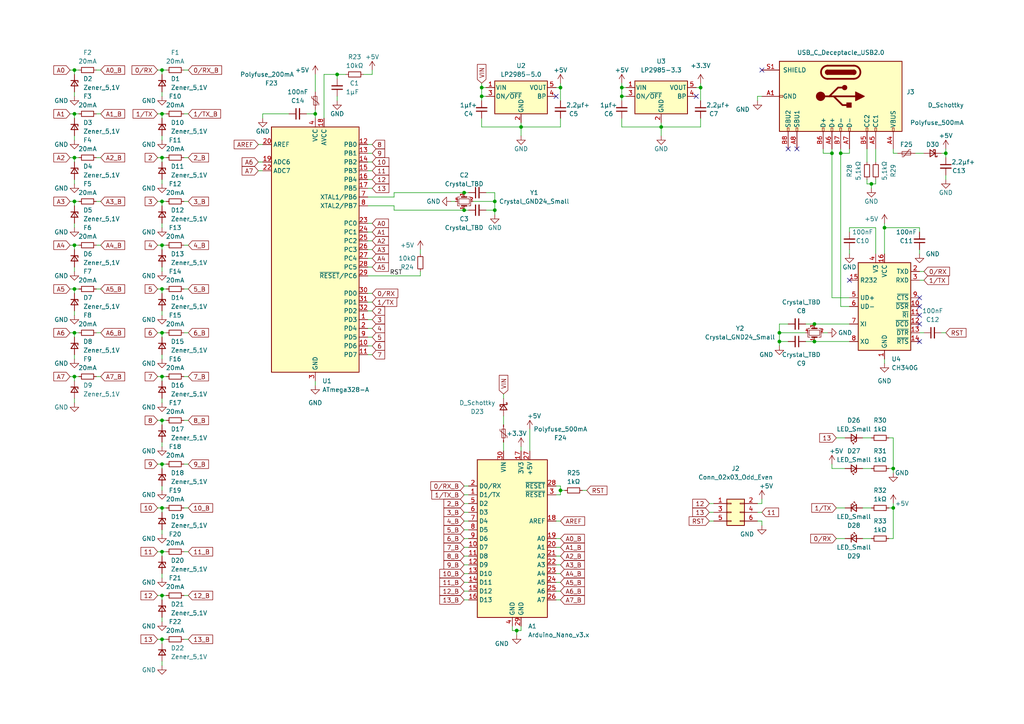
<source format=kicad_sch>
(kicad_sch (version 20211123) (generator eeschema)
  (paper "A4")
  (junction (at 256.54 66.04))
  (junction (at 21.59 20.32))
  (junction (at 226.06 96.52))
  (junction (at 21.59 109.22))
  (junction (at 162.56 142.24))
  (junction (at 46.99 58.42))
  (junction (at 97.79 21.59))
  (junction (at 21.59 71.12))
  (junction (at 46.99 134.62))
  (junction (at 46.99 160.02))
  (junction (at 46.99 185.42))
  (junction (at 46.99 71.12))
  (junction (at 252.73 53.34))
  (junction (at 21.59 45.72))
  (junction (at 21.59 33.02))
  (junction (at 259.08 147.32))
  (junction (at 91.44 33.02))
  (junction (at 46.99 33.02))
  (junction (at 180.34 25.4))
  (junction (at 162.56 25.4))
  (junction (at 46.99 109.22))
  (junction (at 203.2 25.4))
  (junction (at 180.34 27.94))
  (junction (at 259.08 135.89))
  (junction (at 21.59 58.42))
  (junction (at 139.7 25.4))
  (junction (at 46.99 83.82))
  (junction (at 21.59 83.82))
  (junction (at 149.86 182.88))
  (junction (at 46.99 20.32))
  (junction (at 226.06 99.06))
  (junction (at 21.59 96.52))
  (junction (at 139.7 27.94))
  (junction (at 236.22 99.06))
  (junction (at 243.84 44.45))
  (junction (at 46.99 96.52))
  (junction (at 143.51 58.42))
  (junction (at 191.77 36.83))
  (junction (at 236.22 93.98))
  (junction (at 151.13 36.83))
  (junction (at 241.3 44.45))
  (junction (at 134.62 60.96))
  (junction (at 46.99 172.72))
  (junction (at 134.62 55.88))
  (junction (at 46.99 147.32))
  (junction (at 143.51 60.96))
  (junction (at 274.32 44.45))
  (junction (at 46.99 121.92))
  (junction (at 46.99 45.72))
  (no_connect (at 161.29 27.94))
  (no_connect (at 266.7 88.9))
  (no_connect (at 266.7 86.36))
  (no_connect (at 266.7 93.98))
  (no_connect (at 266.7 91.44))
  (no_connect (at 266.7 99.06))
  (no_connect (at 246.38 81.28))
  (no_connect (at 231.14 43.18))
  (no_connect (at 228.6 43.18))
  (no_connect (at 201.93 27.94))
  (no_connect (at 220.98 20.32))
  (wire (pts (xy 45.72 33.02) (xy 46.99 33.02)))
  (wire (pts (xy 48.26 172.72) (xy 46.99 172.72)))
  (wire (pts (xy 48.26 109.22) (xy 46.99 109.22)))
  (wire (pts (xy 163.83 142.24) (xy 162.56 142.24)))
  (wire (pts (xy 151.13 35.56) (xy 151.13 36.83)))
  (wire (pts (xy 21.59 39.37) (xy 21.59 40.64)))
  (wire (pts (xy 219.71 27.94) (xy 220.98 27.94)))
  (wire (pts (xy 203.2 34.29) (xy 203.2 36.83)))
  (wire (pts (xy 46.99 191.77) (xy 46.99 193.04)))
  (wire (pts (xy 106.68 67.31) (xy 107.95 67.31)))
  (wire (pts (xy 22.86 33.02) (xy 21.59 33.02)))
  (wire (pts (xy 254 66.04) (xy 254 73.66)))
  (wire (pts (xy 140.97 55.88) (xy 143.51 55.88)))
  (wire (pts (xy 27.94 109.22) (xy 29.21 109.22)))
  (wire (pts (xy 256.54 104.14) (xy 256.54 105.41)))
  (wire (pts (xy 106.68 64.77) (xy 107.95 64.77)))
  (wire (pts (xy 53.34 20.32) (xy 54.61 20.32)))
  (wire (pts (xy 220.98 152.4) (xy 220.98 151.13)))
  (wire (pts (xy 21.59 83.82) (xy 21.59 85.09)))
  (wire (pts (xy 106.68 59.69) (xy 114.3 59.69)))
  (wire (pts (xy 21.59 58.42) (xy 21.59 59.69)))
  (wire (pts (xy 246.38 66.04) (xy 254 66.04)))
  (wire (pts (xy 143.51 60.96) (xy 140.97 60.96)))
  (wire (pts (xy 146.05 128.27) (xy 146.05 130.81)))
  (wire (pts (xy 257.81 147.32) (xy 259.08 147.32)))
  (wire (pts (xy 162.56 24.13) (xy 162.56 25.4)))
  (wire (pts (xy 250.19 156.21) (xy 252.73 156.21)))
  (wire (pts (xy 46.99 185.42) (xy 46.99 186.69)))
  (wire (pts (xy 91.44 33.02) (xy 91.44 34.29)))
  (wire (pts (xy 259.08 44.45) (xy 259.08 43.18)))
  (wire (pts (xy 203.2 24.13) (xy 203.2 25.4)))
  (wire (pts (xy 48.26 58.42) (xy 46.99 58.42)))
  (wire (pts (xy 273.05 96.52) (xy 274.32 96.52)))
  (wire (pts (xy 250.19 135.89) (xy 252.73 135.89)))
  (wire (pts (xy 46.99 109.22) (xy 46.99 110.49)))
  (wire (pts (xy 48.26 134.62) (xy 46.99 134.62)))
  (wire (pts (xy 161.29 25.4) (xy 162.56 25.4)))
  (wire (pts (xy 143.51 58.42) (xy 143.51 60.96)))
  (wire (pts (xy 106.68 54.61) (xy 107.95 54.61)))
  (wire (pts (xy 134.62 168.91) (xy 135.89 168.91)))
  (wire (pts (xy 134.62 173.99) (xy 135.89 173.99)))
  (wire (pts (xy 134.62 55.88) (xy 135.89 55.88)))
  (wire (pts (xy 259.08 135.89) (xy 259.08 137.16)))
  (wire (pts (xy 205.74 151.13) (xy 207.01 151.13)))
  (wire (pts (xy 162.56 143.51) (xy 162.56 142.24)))
  (wire (pts (xy 21.59 45.72) (xy 21.59 46.99)))
  (wire (pts (xy 259.08 127) (xy 259.08 135.89)))
  (wire (pts (xy 134.62 166.37) (xy 135.89 166.37)))
  (wire (pts (xy 106.68 95.25) (xy 107.95 95.25)))
  (wire (pts (xy 205.74 146.05) (xy 207.01 146.05)))
  (wire (pts (xy 259.08 147.32) (xy 259.08 156.21)))
  (wire (pts (xy 241.3 135.89) (xy 245.11 135.89)))
  (wire (pts (xy 20.32 33.02) (xy 21.59 33.02)))
  (wire (pts (xy 53.34 58.42) (xy 54.61 58.42)))
  (wire (pts (xy 106.68 46.99) (xy 107.95 46.99)))
  (wire (pts (xy 252.73 53.34) (xy 252.73 54.61)))
  (wire (pts (xy 114.3 60.96) (xy 134.62 60.96)))
  (wire (pts (xy 21.59 71.12) (xy 21.59 72.39)))
  (wire (pts (xy 27.94 83.82) (xy 29.21 83.82)))
  (wire (pts (xy 45.72 121.92) (xy 46.99 121.92)))
  (wire (pts (xy 22.86 71.12) (xy 21.59 71.12)))
  (wire (pts (xy 130.81 58.42) (xy 132.08 58.42)))
  (wire (pts (xy 146.05 114.3) (xy 146.05 115.57)))
  (wire (pts (xy 219.71 29.21) (xy 219.71 27.94)))
  (wire (pts (xy 22.86 109.22) (xy 21.59 109.22)))
  (wire (pts (xy 161.29 163.83) (xy 162.56 163.83)))
  (wire (pts (xy 53.34 121.92) (xy 54.61 121.92)))
  (wire (pts (xy 20.32 58.42) (xy 21.59 58.42)))
  (wire (pts (xy 45.72 185.42) (xy 46.99 185.42)))
  (wire (pts (xy 45.72 109.22) (xy 46.99 109.22)))
  (wire (pts (xy 139.7 25.4) (xy 139.7 27.94)))
  (wire (pts (xy 48.26 160.02) (xy 46.99 160.02)))
  (wire (pts (xy 161.29 161.29) (xy 162.56 161.29)))
  (wire (pts (xy 20.32 71.12) (xy 21.59 71.12)))
  (wire (pts (xy 220.98 151.13) (xy 219.71 151.13)))
  (wire (pts (xy 107.95 21.59) (xy 105.41 21.59)))
  (wire (pts (xy 246.38 86.36) (xy 241.3 86.36)))
  (wire (pts (xy 91.44 31.75) (xy 91.44 33.02)))
  (wire (pts (xy 162.56 140.97) (xy 161.29 140.97)))
  (wire (pts (xy 134.62 171.45) (xy 135.89 171.45)))
  (wire (pts (xy 226.06 93.98) (xy 228.6 93.98)))
  (wire (pts (xy 53.34 96.52) (xy 54.61 96.52)))
  (wire (pts (xy 203.2 25.4) (xy 203.2 29.21)))
  (wire (pts (xy 238.76 44.45) (xy 241.3 44.45)))
  (wire (pts (xy 161.29 166.37) (xy 162.56 166.37)))
  (wire (pts (xy 266.7 78.74) (xy 267.97 78.74)))
  (wire (pts (xy 201.93 25.4) (xy 203.2 25.4)))
  (wire (pts (xy 22.86 96.52) (xy 21.59 96.52)))
  (wire (pts (xy 97.79 22.86) (xy 97.79 21.59)))
  (wire (pts (xy 266.7 96.52) (xy 267.97 96.52)))
  (wire (pts (xy 266.7 67.31) (xy 266.7 66.04)))
  (wire (pts (xy 53.34 134.62) (xy 54.61 134.62)))
  (wire (pts (xy 134.62 143.51) (xy 135.89 143.51)))
  (wire (pts (xy 266.7 72.39) (xy 266.7 73.66)))
  (wire (pts (xy 134.62 163.83) (xy 135.89 163.83)))
  (wire (pts (xy 161.29 143.51) (xy 162.56 143.51)))
  (wire (pts (xy 246.38 88.9) (xy 243.84 88.9)))
  (wire (pts (xy 139.7 27.94) (xy 139.7 29.21)))
  (wire (pts (xy 139.7 25.4) (xy 140.97 25.4)))
  (wire (pts (xy 162.56 25.4) (xy 162.56 29.21)))
  (wire (pts (xy 243.84 44.45) (xy 243.84 88.9)))
  (wire (pts (xy 21.59 20.32) (xy 21.59 21.59)))
  (wire (pts (xy 134.62 148.59) (xy 135.89 148.59)))
  (wire (pts (xy 170.18 142.24) (xy 168.91 142.24)))
  (wire (pts (xy 242.57 147.32) (xy 245.11 147.32)))
  (wire (pts (xy 121.92 78.74) (xy 121.92 80.01)))
  (wire (pts (xy 22.86 83.82) (xy 21.59 83.82)))
  (wire (pts (xy 20.32 20.32) (xy 21.59 20.32)))
  (wire (pts (xy 106.68 41.91) (xy 107.95 41.91)))
  (wire (pts (xy 53.34 83.82) (xy 54.61 83.82)))
  (wire (pts (xy 238.76 44.45) (xy 238.76 43.18)))
  (wire (pts (xy 236.22 93.98) (xy 246.38 93.98)))
  (wire (pts (xy 21.59 52.07) (xy 21.59 53.34)))
  (wire (pts (xy 274.32 50.8) (xy 274.32 52.07)))
  (wire (pts (xy 274.32 44.45) (xy 274.32 45.72)))
  (wire (pts (xy 46.99 128.27) (xy 46.99 129.54)))
  (wire (pts (xy 21.59 33.02) (xy 21.59 34.29)))
  (wire (pts (xy 45.72 172.72) (xy 46.99 172.72)))
  (wire (pts (xy 114.3 57.15) (xy 106.68 57.15)))
  (wire (pts (xy 46.99 83.82) (xy 46.99 85.09)))
  (wire (pts (xy 151.13 129.54) (xy 151.13 130.81)))
  (wire (pts (xy 246.38 44.45) (xy 246.38 43.18)))
  (wire (pts (xy 91.44 21.59) (xy 91.44 26.67)))
  (wire (pts (xy 46.99 90.17) (xy 46.99 91.44)))
  (wire (pts (xy 219.71 148.59) (xy 220.98 148.59)))
  (wire (pts (xy 93.98 21.59) (xy 93.98 34.29)))
  (wire (pts (xy 46.99 64.77) (xy 46.99 66.04)))
  (wire (pts (xy 48.26 147.32) (xy 46.99 147.32)))
  (wire (pts (xy 243.84 43.18) (xy 243.84 44.45)))
  (wire (pts (xy 21.59 96.52) (xy 21.59 97.79)))
  (wire (pts (xy 266.7 81.28) (xy 267.97 81.28)))
  (wire (pts (xy 251.46 43.18) (xy 251.46 46.99)))
  (wire (pts (xy 246.38 67.31) (xy 246.38 66.04)))
  (wire (pts (xy 180.34 25.4) (xy 180.34 27.94)))
  (wire (pts (xy 251.46 52.07) (xy 251.46 53.34)))
  (wire (pts (xy 48.26 71.12) (xy 46.99 71.12)))
  (wire (pts (xy 46.99 140.97) (xy 46.99 142.24)))
  (wire (pts (xy 137.16 58.42) (xy 143.51 58.42)))
  (wire (pts (xy 139.7 36.83) (xy 151.13 36.83)))
  (wire (pts (xy 53.34 33.02) (xy 54.61 33.02)))
  (wire (pts (xy 20.32 45.72) (xy 21.59 45.72)))
  (wire (pts (xy 46.99 121.92) (xy 46.99 123.19)))
  (wire (pts (xy 180.34 34.29) (xy 180.34 36.83)))
  (wire (pts (xy 48.26 45.72) (xy 46.99 45.72)))
  (wire (pts (xy 161.29 168.91) (xy 162.56 168.91)))
  (wire (pts (xy 250.19 127) (xy 252.73 127)))
  (wire (pts (xy 45.72 45.72) (xy 46.99 45.72)))
  (wire (pts (xy 53.34 172.72) (xy 54.61 172.72)))
  (wire (pts (xy 106.68 49.53) (xy 107.95 49.53)))
  (wire (pts (xy 191.77 36.83) (xy 203.2 36.83)))
  (wire (pts (xy 45.72 83.82) (xy 46.99 83.82)))
  (wire (pts (xy 134.62 151.13) (xy 135.89 151.13)))
  (wire (pts (xy 45.72 58.42) (xy 46.99 58.42)))
  (wire (pts (xy 46.99 134.62) (xy 46.99 135.89)))
  (wire (pts (xy 134.62 153.67) (xy 135.89 153.67)))
  (wire (pts (xy 241.3 44.45) (xy 241.3 86.36)))
  (wire (pts (xy 254 43.18) (xy 254 46.99)))
  (wire (pts (xy 242.57 127) (xy 245.11 127)))
  (wire (pts (xy 53.34 45.72) (xy 54.61 45.72)))
  (wire (pts (xy 48.26 121.92) (xy 46.99 121.92)))
  (wire (pts (xy 48.26 33.02) (xy 46.99 33.02)))
  (wire (pts (xy 114.3 59.69) (xy 114.3 60.96)))
  (wire (pts (xy 46.99 58.42) (xy 46.99 59.69)))
  (wire (pts (xy 46.99 39.37) (xy 46.99 40.64)))
  (wire (pts (xy 162.56 34.29) (xy 162.56 36.83)))
  (wire (pts (xy 21.59 102.87) (xy 21.59 104.14)))
  (wire (pts (xy 243.84 44.45) (xy 246.38 44.45)))
  (wire (pts (xy 106.68 72.39) (xy 107.95 72.39)))
  (wire (pts (xy 22.86 20.32) (xy 21.59 20.32)))
  (wire (pts (xy 140.97 27.94) (xy 139.7 27.94)))
  (wire (pts (xy 134.62 140.97) (xy 135.89 140.97)))
  (wire (pts (xy 259.08 135.89) (xy 257.81 135.89)))
  (wire (pts (xy 46.99 153.67) (xy 46.99 154.94)))
  (wire (pts (xy 21.59 109.22) (xy 21.59 110.49)))
  (wire (pts (xy 274.32 44.45) (xy 274.32 43.18)))
  (wire (pts (xy 97.79 27.94) (xy 97.79 29.21)))
  (wire (pts (xy 139.7 34.29) (xy 139.7 36.83)))
  (wire (pts (xy 53.34 185.42) (xy 54.61 185.42)))
  (wire (pts (xy 106.68 69.85) (xy 107.95 69.85)))
  (wire (pts (xy 106.68 52.07) (xy 107.95 52.07)))
  (wire (pts (xy 106.68 80.01) (xy 121.92 80.01)))
  (wire (pts (xy 233.68 99.06) (xy 236.22 99.06)))
  (wire (pts (xy 139.7 24.13) (xy 139.7 25.4)))
  (wire (pts (xy 259.08 127) (xy 257.81 127)))
  (wire (pts (xy 91.44 110.49) (xy 91.44 111.76)))
  (wire (pts (xy 106.68 87.63) (xy 107.95 87.63)))
  (wire (pts (xy 48.26 20.32) (xy 46.99 20.32)))
  (wire (pts (xy 48.26 96.52) (xy 46.99 96.52)))
  (wire (pts (xy 220.98 144.78) (xy 220.98 146.05)))
  (wire (pts (xy 53.34 71.12) (xy 54.61 71.12)))
  (wire (pts (xy 74.93 41.91) (xy 76.2 41.91)))
  (wire (pts (xy 257.81 156.21) (xy 259.08 156.21)))
  (wire (pts (xy 226.06 99.06) (xy 226.06 96.52)))
  (wire (pts (xy 134.62 146.05) (xy 135.89 146.05)))
  (wire (pts (xy 46.99 160.02) (xy 46.99 161.29)))
  (wire (pts (xy 220.98 146.05) (xy 219.71 146.05)))
  (wire (pts (xy 45.72 96.52) (xy 46.99 96.52)))
  (wire (pts (xy 46.99 166.37) (xy 46.99 167.64)))
  (wire (pts (xy 27.94 96.52) (xy 29.21 96.52)))
  (wire (pts (xy 88.9 33.02) (xy 91.44 33.02)))
  (wire (pts (xy 53.34 109.22) (xy 54.61 109.22)))
  (wire (pts (xy 46.99 179.07) (xy 46.99 180.34)))
  (wire (pts (xy 76.2 33.02) (xy 83.82 33.02)))
  (wire (pts (xy 45.72 160.02) (xy 46.99 160.02)))
  (wire (pts (xy 180.34 36.83) (xy 191.77 36.83)))
  (wire (pts (xy 106.68 85.09) (xy 107.95 85.09)))
  (wire (pts (xy 93.98 21.59) (xy 97.79 21.59)))
  (wire (pts (xy 226.06 96.52) (xy 226.06 93.98)))
  (wire (pts (xy 191.77 35.56) (xy 191.77 36.83)))
  (wire (pts (xy 134.62 161.29) (xy 135.89 161.29)))
  (wire (pts (xy 242.57 156.21) (xy 245.11 156.21)))
  (wire (pts (xy 228.6 99.06) (xy 226.06 99.06)))
  (wire (pts (xy 46.99 26.67) (xy 46.99 27.94)))
  (wire (pts (xy 107.95 20.32) (xy 107.95 21.59)))
  (wire (pts (xy 251.46 53.34) (xy 252.73 53.34)))
  (wire (pts (xy 48.26 185.42) (xy 46.99 185.42)))
  (wire (pts (xy 273.05 44.45) (xy 274.32 44.45)))
  (wire (pts (xy 149.86 182.88) (xy 148.59 182.88)))
  (wire (pts (xy 46.99 115.57) (xy 46.99 116.84)))
  (wire (pts (xy 22.86 58.42) (xy 21.59 58.42)))
  (wire (pts (xy 143.51 62.23) (xy 143.51 60.96)))
  (wire (pts (xy 265.43 44.45) (xy 267.97 44.45)))
  (wire (pts (xy 106.68 90.17) (xy 107.95 90.17)))
  (wire (pts (xy 233.68 93.98) (xy 236.22 93.98)))
  (wire (pts (xy 46.99 71.12) (xy 46.99 72.39)))
  (wire (pts (xy 161.29 151.13) (xy 162.56 151.13)))
  (wire (pts (xy 53.34 147.32) (xy 54.61 147.32)))
  (wire (pts (xy 226.06 99.06) (xy 226.06 100.33)))
  (wire (pts (xy 180.34 25.4) (xy 181.61 25.4)))
  (wire (pts (xy 191.77 36.83) (xy 191.77 39.37)))
  (wire (pts (xy 45.72 147.32) (xy 46.99 147.32)))
  (wire (pts (xy 236.22 99.06) (xy 246.38 99.06)))
  (wire (pts (xy 106.68 97.79) (xy 107.95 97.79)))
  (wire (pts (xy 256.54 66.04) (xy 266.7 66.04)))
  (wire (pts (xy 151.13 36.83) (xy 162.56 36.83)))
  (wire (pts (xy 21.59 64.77) (xy 21.59 66.04)))
  (wire (pts (xy 134.62 158.75) (xy 135.89 158.75)))
  (wire (pts (xy 260.35 44.45) (xy 259.08 44.45)))
  (wire (pts (xy 106.68 92.71) (xy 107.95 92.71)))
  (wire (pts (xy 46.99 33.02) (xy 46.99 34.29)))
  (wire (pts (xy 45.72 71.12) (xy 46.99 71.12)))
  (wire (pts (xy 161.29 173.99) (xy 162.56 173.99)))
  (wire (pts (xy 151.13 182.88) (xy 151.13 181.61)))
  (wire (pts (xy 149.86 182.88) (xy 149.86 184.15)))
  (wire (pts (xy 180.34 27.94) (xy 180.34 29.21)))
  (wire (pts (xy 27.94 33.02) (xy 29.21 33.02)))
  (wire (pts (xy 27.94 45.72) (xy 29.21 45.72)))
  (wire (pts (xy 181.61 27.94) (xy 180.34 27.94)))
  (wire (pts (xy 46.99 96.52) (xy 46.99 97.79)))
  (wire (pts (xy 114.3 55.88) (xy 134.62 55.88)))
  (wire (pts (xy 46.99 172.72) (xy 46.99 173.99)))
  (wire (pts (xy 46.99 77.47) (xy 46.99 78.74)))
  (wire (pts (xy 149.86 182.88) (xy 151.13 182.88)))
  (wire (pts (xy 74.93 49.53) (xy 76.2 49.53)))
  (wire (pts (xy 46.99 20.32) (xy 46.99 21.59)))
  (wire (pts (xy 53.34 160.02) (xy 54.61 160.02)))
  (wire (pts (xy 20.32 83.82) (xy 21.59 83.82)))
  (wire (pts (xy 146.05 120.65) (xy 146.05 123.19)))
  (wire (pts (xy 259.08 146.05) (xy 259.08 147.32)))
  (wire (pts (xy 241.3 134.62) (xy 241.3 135.89)))
  (wire (pts (xy 254 53.34) (xy 252.73 53.34)))
  (wire (pts (xy 256.54 64.77) (xy 256.54 66.04)))
  (wire (pts (xy 238.76 96.52) (xy 240.03 96.52)))
  (wire (pts (xy 241.3 43.18) (xy 241.3 44.45)))
  (wire (pts (xy 27.94 20.32) (xy 29.21 20.32)))
  (wire (pts (xy 134.62 156.21) (xy 135.89 156.21)))
  (wire (pts (xy 76.2 34.29) (xy 76.2 33.02)))
  (wire (pts (xy 74.93 46.99) (xy 76.2 46.99)))
  (wire (pts (xy 46.99 147.32) (xy 46.99 148.59)))
  (wire (pts (xy 106.68 77.47) (xy 107.95 77.47)))
  (wire (pts (xy 250.19 147.32) (xy 252.73 147.32)))
  (wire (pts (xy 45.72 134.62) (xy 46.99 134.62)))
  (wire (pts (xy 45.72 20.32) (xy 46.99 20.32)))
  (wire (pts (xy 48.26 83.82) (xy 46.99 83.82)))
  (wire (pts (xy 143.51 55.88) (xy 143.51 58.42)))
  (wire (pts (xy 148.59 181.61) (xy 148.59 182.88)))
  (wire (pts (xy 161.29 171.45) (xy 162.56 171.45)))
  (wire (pts (xy 46.99 102.87) (xy 46.99 104.14)))
  (wire (pts (xy 20.32 109.22) (xy 21.59 109.22)))
  (wire (pts (xy 114.3 55.88) (xy 114.3 57.15)))
  (wire (pts (xy 27.94 58.42) (xy 29.21 58.42)))
  (wire (pts (xy 46.99 45.72) (xy 46.99 46.99)))
  (wire (pts (xy 46.99 52.07) (xy 46.99 53.34)))
  (wire (pts (xy 153.67 124.46) (xy 153.67 130.81)))
  (wire (pts (xy 180.34 24.13) (xy 180.34 25.4)))
  (wire (pts (xy 21.59 26.67) (xy 21.59 27.94)))
  (wire (pts (xy 20.32 96.52) (xy 21.59 96.52)))
  (wire (pts (xy 226.06 96.52) (xy 233.68 96.52)))
  (wire (pts (xy 246.38 72.39) (xy 246.38 73.66)))
  (wire (pts (xy 121.92 72.39) (xy 121.92 73.66)))
  (wire (pts (xy 106.68 102.87) (xy 107.95 102.87)))
  (wire (pts (xy 161.29 156.21) (xy 162.56 156.21)))
  (wire (pts (xy 205.74 148.59) (xy 207.01 148.59)))
  (wire (pts (xy 106.68 100.33) (xy 107.95 100.33)))
  (wire (pts (xy 21.59 77.47) (xy 21.59 78.74)))
  (wire (pts (xy 21.59 90.17) (xy 21.59 91.44)))
  (wire (pts (xy 106.68 44.45) (xy 107.95 44.45)))
  (wire (pts (xy 21.59 115.57) (xy 21.59 116.84)))
  (wire (pts (xy 161.29 158.75) (xy 162.56 158.75)))
  (wire (pts (xy 134.62 60.96) (xy 135.89 60.96)))
  (wire (pts (xy 151.13 36.83) (xy 151.13 39.37)))
  (wire (pts (xy 256.54 66.04) (xy 256.54 73.66)))
  (wire (pts (xy 97.79 21.59) (xy 100.33 21.59)))
  (wire (pts (xy 27.94 71.12) (xy 29.21 71.12)))
  (wire (pts (xy 254 52.07) (xy 254 53.34)))
  (wire (pts (xy 22.86 45.72) (xy 21.59 45.72)))
  (wire (pts (xy 106.68 74.93) (xy 107.95 74.93)))
  (wire (pts (xy 162.56 142.24) (xy 162.56 140.97)))
  (label "RST" (at 113.03 80.01 0))
  (global_label "A1_B" (shape input) (at 29.21 33.02 0) (property "Intersheet References" "${INTERSHEET_REFS}" (effects hide)))
  (global_label "9_B" (shape input) (at 54.61 134.62 0) (property "Intersheet References" "${INTERSHEET_REFS}" (effects hide)))
  (global_label "A3_B" (shape input) (at 29.21 58.42 0) (property "Intersheet References" "${INTERSHEET_REFS}" (effects hide)))
  (global_label "A2" (shape input) (at 107.95 69.85 0) (property "Intersheet References" "${INTERSHEET_REFS}" (effects hide)))
  (global_label "8_B" (shape input) (at 134.62 161.29 180) (property "Intersheet References" "${INTERSHEET_REFS}" (effects hide)))
  (global_label "0{slash}RX_B" (shape input) (at 134.62 140.97 180) (property "Intersheet References" "${INTERSHEET_REFS}" (effects hide)))
  (global_label "9_B" (shape input) (at 134.62 163.83 180) (property "Intersheet References" "${INTERSHEET_REFS}" (effects hide)))
  (global_label "1{slash}TX_B" (shape input) (at 54.61 33.02 0) (property "Intersheet References" "${INTERSHEET_REFS}" (effects hide)))
  (global_label "RST" (shape input) (at 274.32 96.52 0) (property "Intersheet References" "${INTERSHEET_REFS}" (effects hide)))
  (global_label "13" (shape input) (at 242.57 127 180) (property "Intersheet References" "${INTERSHEET_REFS}" (effects hide)))
  (global_label "A0_B" (shape input) (at 162.56 156.21 0) (property "Intersheet References" "${INTERSHEET_REFS}" (effects hide)))
  (global_label "A5_B" (shape input) (at 29.21 83.82 0) (property "Intersheet References" "${INTERSHEET_REFS}" (effects hide)))
  (global_label "12" (shape input) (at 45.72 172.72 180) (property "Intersheet References" "${INTERSHEET_REFS}" (effects hide)))
  (global_label "A4_B" (shape input) (at 29.21 71.12 0) (property "Intersheet References" "${INTERSHEET_REFS}" (effects hide)))
  (global_label "10_B" (shape input) (at 54.61 147.32 0) (property "Intersheet References" "${INTERSHEET_REFS}" (effects hide)))
  (global_label "12_B" (shape input) (at 134.62 171.45 180) (property "Intersheet References" "${INTERSHEET_REFS}" (effects hide)))
  (global_label "0{slash}RX" (shape input) (at 267.97 78.74 0) (property "Intersheet References" "${INTERSHEET_REFS}" (effects hide)))
  (global_label "A5_B" (shape input) (at 162.56 168.91 0) (property "Intersheet References" "${INTERSHEET_REFS}" (effects hide)))
  (global_label "10" (shape input) (at 107.95 46.99 0) (property "Intersheet References" "${INTERSHEET_REFS}" (effects hide)))
  (global_label "0{slash}RX" (shape input) (at 107.95 85.09 0) (property "Intersheet References" "${INTERSHEET_REFS}" (effects hide)))
  (global_label "10" (shape input) (at 45.72 147.32 180) (property "Intersheet References" "${INTERSHEET_REFS}" (effects hide)))
  (global_label "A1" (shape input) (at 20.32 33.02 180) (property "Intersheet References" "${INTERSHEET_REFS}" (effects hide)))
  (global_label "4_B" (shape input) (at 54.61 71.12 0) (property "Intersheet References" "${INTERSHEET_REFS}" (effects hide)))
  (global_label "4_B" (shape input) (at 134.62 151.13 180) (property "Intersheet References" "${INTERSHEET_REFS}" (effects hide)))
  (global_label "A6" (shape input) (at 74.93 46.99 180) (property "Intersheet References" "${INTERSHEET_REFS}" (effects hide)))
  (global_label "6" (shape input) (at 107.95 100.33 0) (property "Intersheet References" "${INTERSHEET_REFS}" (effects hide)))
  (global_label "A7_B" (shape input) (at 162.56 173.99 0) (property "Intersheet References" "${INTERSHEET_REFS}" (effects hide)))
  (global_label "3" (shape input) (at 107.95 92.71 0) (property "Intersheet References" "${INTERSHEET_REFS}" (effects hide)))
  (global_label "12_B" (shape input) (at 54.61 172.72 0) (property "Intersheet References" "${INTERSHEET_REFS}" (effects hide)))
  (global_label "8" (shape input) (at 107.95 41.91 0) (property "Intersheet References" "${INTERSHEET_REFS}" (effects hide)))
  (global_label "0{slash}RX_B" (shape input) (at 54.61 20.32 0) (property "Intersheet References" "${INTERSHEET_REFS}" (effects hide)))
  (global_label "VIN" (shape input) (at 146.05 114.3 90) (property "Intersheet References" "${INTERSHEET_REFS}" (effects hide)))
  (global_label "A7" (shape input) (at 20.32 109.22 180) (property "Intersheet References" "${INTERSHEET_REFS}" (effects hide)))
  (global_label "6" (shape input) (at 45.72 96.52 180) (property "Intersheet References" "${INTERSHEET_REFS}" (effects hide)))
  (global_label "A5" (shape input) (at 107.95 77.47 0) (property "Intersheet References" "${INTERSHEET_REFS}" (effects hide)))
  (global_label "7" (shape input) (at 45.72 109.22 180) (property "Intersheet References" "${INTERSHEET_REFS}" (effects hide)))
  (global_label "6_B" (shape input) (at 134.62 156.21 180) (property "Intersheet References" "${INTERSHEET_REFS}" (effects hide)))
  (global_label "3_B" (shape input) (at 134.62 148.59 180) (property "Intersheet References" "${INTERSHEET_REFS}" (effects hide)))
  (global_label "A7" (shape input) (at 74.93 49.53 180) (property "Intersheet References" "${INTERSHEET_REFS}" (effects hide)))
  (global_label "A3" (shape input) (at 20.32 58.42 180) (property "Intersheet References" "${INTERSHEET_REFS}" (effects hide)))
  (global_label "13_B" (shape input) (at 54.61 185.42 0) (property "Intersheet References" "${INTERSHEET_REFS}" (effects hide)))
  (global_label "A4" (shape input) (at 20.32 71.12 180) (property "Intersheet References" "${INTERSHEET_REFS}" (effects hide)))
  (global_label "AREF" (shape input) (at 74.93 41.91 180) (property "Intersheet References" "${INTERSHEET_REFS}" (effects hide)))
  (global_label "8_B" (shape input) (at 54.61 121.92 0) (property "Intersheet References" "${INTERSHEET_REFS}" (effects hide)))
  (global_label "11_B" (shape input) (at 54.61 160.02 0) (property "Intersheet References" "${INTERSHEET_REFS}" (effects hide)))
  (global_label "13" (shape input) (at 45.72 185.42 180) (property "Intersheet References" "${INTERSHEET_REFS}" (effects hide)))
  (global_label "11_B" (shape input) (at 134.62 168.91 180) (property "Intersheet References" "${INTERSHEET_REFS}" (effects hide)))
  (global_label "A5" (shape input) (at 20.32 83.82 180) (property "Intersheet References" "${INTERSHEET_REFS}" (effects hide)))
  (global_label "5" (shape input) (at 107.95 97.79 0) (property "Intersheet References" "${INTERSHEET_REFS}" (effects hide)))
  (global_label "A2_B" (shape input) (at 162.56 161.29 0) (property "Intersheet References" "${INTERSHEET_REFS}" (effects hide)))
  (global_label "3_B" (shape input) (at 54.61 58.42 0) (property "Intersheet References" "${INTERSHEET_REFS}" (effects hide)))
  (global_label "0{slash}RX" (shape input) (at 45.72 20.32 180) (property "Intersheet References" "${INTERSHEET_REFS}" (effects hide)))
  (global_label "A6_B" (shape input) (at 162.56 171.45 0) (property "Intersheet References" "${INTERSHEET_REFS}" (effects hide)))
  (global_label "9" (shape input) (at 107.95 44.45 0) (property "Intersheet References" "${INTERSHEET_REFS}" (effects hide)))
  (global_label "11" (shape input) (at 220.98 148.59 0) (property "Intersheet References" "${INTERSHEET_REFS}" (effects hide)))
  (global_label "1{slash}TX_B" (shape input) (at 134.62 143.51 180) (property "Intersheet References" "${INTERSHEET_REFS}" (effects hide)))
  (global_label "5" (shape input) (at 45.72 83.82 180) (property "Intersheet References" "${INTERSHEET_REFS}" (effects hide)))
  (global_label "A3" (shape input) (at 107.95 72.39 0) (property "Intersheet References" "${INTERSHEET_REFS}" (effects hide)))
  (global_label "A6_B" (shape input) (at 29.21 96.52 0) (property "Intersheet References" "${INTERSHEET_REFS}" (effects hide)))
  (global_label "8" (shape input) (at 45.72 121.92 180) (property "Intersheet References" "${INTERSHEET_REFS}" (effects hide)))
  (global_label "10_B" (shape input) (at 134.62 166.37 180) (property "Intersheet References" "${INTERSHEET_REFS}" (effects hide)))
  (global_label "11" (shape input) (at 45.72 160.02 180) (property "Intersheet References" "${INTERSHEET_REFS}" (effects hide)))
  (global_label "AREF" (shape input) (at 162.56 151.13 0) (property "Intersheet References" "${INTERSHEET_REFS}" (effects hide)))
  (global_label "A6" (shape input) (at 20.32 96.52 180) (property "Intersheet References" "${INTERSHEET_REFS}" (effects hide)))
  (global_label "12" (shape input) (at 107.95 52.07 0) (property "Intersheet References" "${INTERSHEET_REFS}" (effects hide)))
  (global_label "5_B" (shape input) (at 54.61 83.82 0) (property "Intersheet References" "${INTERSHEET_REFS}" (effects hide)))
  (global_label "7" (shape input) (at 107.95 102.87 0) (property "Intersheet References" "${INTERSHEET_REFS}" (effects hide)))
  (global_label "A0" (shape input) (at 107.95 64.77 0) (property "Intersheet References" "${INTERSHEET_REFS}" (effects hide)))
  (global_label "11" (shape input) (at 107.95 49.53 0) (property "Intersheet References" "${INTERSHEET_REFS}" (effects hide)))
  (global_label "13" (shape input) (at 107.95 54.61 0) (property "Intersheet References" "${INTERSHEET_REFS}" (effects hide)))
  (global_label "A7_B" (shape input) (at 29.21 109.22 0) (property "Intersheet References" "${INTERSHEET_REFS}" (effects hide)))
  (global_label "4" (shape input) (at 107.95 95.25 0) (property "Intersheet References" "${INTERSHEET_REFS}" (effects hide)))
  (global_label "A2" (shape input) (at 20.32 45.72 180) (property "Intersheet References" "${INTERSHEET_REFS}" (effects hide)))
  (global_label "1{slash}TX" (shape input) (at 45.72 33.02 180) (property "Intersheet References" "${INTERSHEET_REFS}" (effects hide)))
  (global_label "RST" (shape input) (at 170.18 142.24 0) (property "Intersheet References" "${INTERSHEET_REFS}" (effects hide)))
  (global_label "A2_B" (shape input) (at 29.21 45.72 0) (property "Intersheet References" "${INTERSHEET_REFS}" (effects hide)))
  (global_label "2_B" (shape input) (at 134.62 146.05 180) (property "Intersheet References" "${INTERSHEET_REFS}" (effects hide)))
  (global_label "12" (shape input) (at 205.74 146.05 180) (property "Intersheet References" "${INTERSHEET_REFS}" (effects hide)))
  (global_label "3" (shape input) (at 45.72 58.42 180) (property "Intersheet References" "${INTERSHEET_REFS}" (effects hide)))
  (global_label "A3_B" (shape input) (at 162.56 163.83 0) (property "Intersheet References" "${INTERSHEET_REFS}" (effects hide)))
  (global_label "0{slash}RX" (shape input) (at 242.57 156.21 180) (property "Intersheet References" "${INTERSHEET_REFS}" (effects hide)))
  (global_label "A1" (shape input) (at 107.95 67.31 0) (property "Intersheet References" "${INTERSHEET_REFS}" (effects hide)))
  (global_label "A0_B" (shape input) (at 29.21 20.32 0) (property "Intersheet References" "${INTERSHEET_REFS}" (effects hide)))
  (global_label "A0" (shape input) (at 20.32 20.32 180) (property "Intersheet References" "${INTERSHEET_REFS}" (effects hide)))
  (global_label "7_B" (shape input) (at 54.61 109.22 0) (property "Intersheet References" "${INTERSHEET_REFS}" (effects hide)))
  (global_label "1{slash}TX" (shape input) (at 107.95 87.63 0) (property "Intersheet References" "${INTERSHEET_REFS}" (effects hide)))
  (global_label "4" (shape input) (at 45.72 71.12 180) (property "Intersheet References" "${INTERSHEET_REFS}" (effects hide)))
  (global_label "1{slash}TX" (shape input) (at 267.97 81.28 0) (property "Intersheet References" "${INTERSHEET_REFS}" (effects hide)))
  (global_label "1{slash}TX" (shape input) (at 242.57 147.32 180) (property "Intersheet References" "${INTERSHEET_REFS}" (effects hide)))
  (global_label "2" (shape input) (at 107.95 90.17 0) (property "Intersheet References" "${INTERSHEET_REFS}" (effects hide)))
  (global_label "2_B" (shape input) (at 54.61 45.72 0) (property "Intersheet References" "${INTERSHEET_REFS}" (effects hide)))
  (global_label "A1_B" (shape input) (at 162.56 158.75 0) (property "Intersheet References" "${INTERSHEET_REFS}" (effects hide)))
  (global_label "2" (shape input) (at 45.72 45.72 180) (property "Intersheet References" "${INTERSHEET_REFS}" (effects hide)))
  (global_label "9" (shape input) (at 45.72 134.62 180) (property "Intersheet References" "${INTERSHEET_REFS}" (effects hide)))
  (global_label "13" (shape input) (at 205.74 148.59 180) (property "Intersheet References" "${INTERSHEET_REFS}" (effects hide)))
  (global_label "5_B" (shape input) (at 134.62 153.67 180) (property "Intersheet References" "${INTERSHEET_REFS}" (effects hide)))
  (global_label "7_B" (shape input) (at 134.62 158.75 180) (property "Intersheet References" "${INTERSHEET_REFS}" (effects hide)))
  (global_label "A4" (shape input) (at 107.95 74.93 0) (property "Intersheet References" "${INTERSHEET_REFS}" (effects hide)))
  (global_label "13_B" (shape input) (at 134.62 173.99 180) (property "Intersheet References" "${INTERSHEET_REFS}" (effects hide)))
  (global_label "6_B" (shape input) (at 54.61 96.52 0) (property "Intersheet References" "${INTERSHEET_REFS}" (effects hide)))
  (global_label "RST" (shape input) (at 205.74 151.13 180) (property "Intersheet References" "${INTERSHEET_REFS}" (effects hide)))
  (global_label "A4_B" (shape input) (at 162.56 166.37 0) (property "Intersheet References" "${INTERSHEET_REFS}" (effects hide)))
  (global_label "VIN" (shape input) (at 139.7 24.13 90) (property "Intersheet References" "${INTERSHEET_REFS}" (effects hide)))
  (symbol (lib_id "power:GND") (at 259.08 137.16 0) (unit 1)
    (property "Reference" "#PWR0111" (effects hide))
    (property "Value" "GND" (at 261.62 137.16 0))
  )
  (symbol (lib_id "Device:R_Small") (at 50.8 185.42 90) (unit 1)
    (property "Reference" "F22" (at 50.8 180.34 90))
    (property "Value" "20mA" (at 50.8 182.88 90))
    (property "Footprint" "Resistor_SMD:R_0603_1608Metric" (effects hide))
  )
  (symbol (lib_id "power:+5V") (at 162.56 24.13 0) (unit 1)
    (property "Reference" "#PWR0142" (effects hide))
    (property "Value" "+5V" (at 162.56 20.32 0))
  )
  (symbol (lib_id "Device:C_Small") (at 162.56 31.75 0) (unit 1)
    (property "Reference" "C5" (at 166.37 33.02 0))
    (property "Value" "2,2µf+" (at 167.64 30.48 0))
    (property "Footprint" "Capacitor_SMD:C_0603_1608Metric" (effects hide))
  )
  (symbol (lib_id "Device:D_Zener_Small") (at 21.59 113.03 270) (unit 1)
    (property "Reference" "D9" (at 24.13 111.7599 90) (effects (justify left)))
    (property "Value" "Zener_5,1V" (at 24.13 114.2999 90) (effects (justify left)))
    (property "Footprint" "DIY:SOD323_bättre" (effects hide))
  )
  (symbol (lib_id "Device:R_Small") (at 50.8 172.72 90) (unit 1)
    (property "Reference" "F21" (at 50.8 167.64 90))
    (property "Value" "20mA" (at 50.8 170.18 90))
    (property "Footprint" "Resistor_SMD:R_0603_1608Metric" (effects hide))
  )
  (symbol (lib_id "Regulator_Linear:LP2985-3.3") (at 191.77 27.94 0) (unit 1)
    (property "Reference" "U3" (at 191.77 17.78 0))
    (property "Value" "LP2985-3.3" (at 191.77 20.32 0))
    (property "Footprint" "Package_TO_SOT_SMD:SOT-23-5" (effects hide))
    (property "Datasheet" "http://www.ti.com/lit/ds/symlink/lp2985.pdf" (effects hide))
  )
  (symbol (lib_id "Device:R_Small") (at 255.27 156.21 90) (unit 1)
    (property "Reference" "R33" (at 255.27 151.13 90))
    (property "Value" "1kΩ" (at 255.27 153.67 90))
    (property "Footprint" "Resistor_SMD:R_0603_1608Metric" (effects hide))
  )
  (symbol (lib_id "power:GND") (at 21.59 78.74 0) (unit 1)
    (property "Reference" "#PWR0127" (effects hide))
    (property "Value" "GND" (at 17.78 80.01 0))
  )
  (symbol (lib_id "MCU_Microchip_ATmega:ATmega328-A") (at 91.44 72.39 0) (unit 1)
    (property "Reference" "U1" (at 93.4594 110.49 0) (effects (justify left)))
    (property "Value" "ATmega328-A" (at 93.4594 113.03 0) (effects (justify left)))
    (property "Footprint" "Package_QFP:TQFP-32_7x7mm_P0.8mm" (effects hide))
    (property "Datasheet" "http://ww1.microchip.com/downloads/en/DeviceDoc/ATmega328_P%20AVR%20MCU%20with%20picoPower%20Technology%20Data%20Sheet%2040001984A.pdf" (effects hide))
  )
  (symbol (lib_id "Device:D_Zener_Small") (at 46.99 62.23 270) (unit 1)
    (property "Reference" "D12" (at 49.53 60.9599 90) (effects (justify left)))
    (property "Value" "Zener_5,1V" (at 49.53 63.4999 90) (effects (justify left)))
    (property "Footprint" "DIY:SOD323_bättre" (effects hide))
  )
  (symbol (lib_id "Device:R_Small") (at 50.8 71.12 90) (unit 1)
    (property "Reference" "F13" (at 50.8 66.04 90))
    (property "Value" "20mA" (at 50.8 68.58 90))
    (property "Footprint" "Resistor_SMD:R_0603_1608Metric" (effects hide))
  )
  (symbol (lib_id "Device:C_Small") (at 138.43 55.88 90) (unit 1)
    (property "Reference" "C2" (at 134.62 50.8 90))
    (property "Value" "Crystal_TBD" (at 134.62 53.34 90))
    (property "Footprint" "Capacitor_SMD:C_0603_1608Metric" (effects hide))
  )
  (symbol (lib_id "power:GND") (at 76.2 34.29 0) (mirror y) (unit 1)
    (property "Reference" "#PWR0144" (effects hide))
    (property "Value" "GND" (at 76.2 38.1 0))
  )
  (symbol (lib_id "Device:LED_Small") (at 247.65 156.21 0) (unit 1)
    (property "Reference" "D29" (at 247.65 161.29 0))
    (property "Value" "LED_Small" (at 247.65 158.75 0))
    (property "Footprint" "LED_SMD:LED_0603_1608Metric" (effects hide))
  )
  (symbol (lib_id "power:GND") (at 97.79 29.21 0) (mirror y) (unit 1)
    (property "Reference" "#PWR0114" (effects hide))
    (property "Value" "GND" (at 97.79 33.02 0))
  )
  (symbol (lib_id "power:GND") (at 256.54 105.41 0) (unit 1)
    (property "Reference" "#PWR0113" (effects hide))
    (property "Value" "GND" (at 256.54 110.49 0))
  )
  (symbol (lib_id "power:GND") (at 46.99 154.94 0) (unit 1)
    (property "Reference" "#PWR0140" (effects hide))
    (property "Value" "GND" (at 43.18 156.21 0))
  )
  (symbol (lib_id "power:GND") (at 21.59 91.44 0) (unit 1)
    (property "Reference" "#PWR0128" (effects hide))
    (property "Value" "GND" (at 17.78 92.71 0))
  )
  (symbol (lib_id "power:+5V") (at 107.95 20.32 0) (mirror y) (unit 1)
    (property "Reference" "#PWR0115" (effects hide))
    (property "Value" "+5V" (at 107.95 16.51 0))
  )
  (symbol (lib_id "Device:C_Small") (at 138.43 60.96 90) (unit 1)
    (property "Reference" "C3" (at 134.62 63.5 90))
    (property "Value" "Crystal_TBD" (at 134.62 66.04 90))
    (property "Footprint" "Capacitor_SMD:C_0603_1608Metric" (effects hide))
  )
  (symbol (lib_id "Device:R_Small") (at 50.8 33.02 90) (unit 1)
    (property "Reference" "F10" (at 50.8 27.94 90))
    (property "Value" "20mA" (at 50.8 30.48 90))
    (property "Footprint" "Resistor_SMD:R_0603_1608Metric" (effects hide))
  )
  (symbol (lib_id "power:GND") (at 149.86 184.15 0) (unit 1)
    (property "Reference" "#PWR0102" (effects hide))
    (property "Value" "GND" (at 143.51 186.69 0) (effects (justify left)))
  )
  (symbol (lib_id "power:GND") (at 266.7 73.66 0) (unit 1)
    (property "Reference" "#PWR0152" (effects hide))
    (property "Value" "GND" (at 270.51 73.66 0))
  )
  (symbol (lib_id "power:+5V") (at 256.54 64.77 0) (unit 1)
    (property "Reference" "#PWR0105" (effects hide))
    (property "Value" "+5V" (at 252.73 63.5 0))
  )
  (symbol (lib_id "power:GND") (at 46.99 91.44 0) (unit 1)
    (property "Reference" "#PWR0131" (effects hide))
    (property "Value" "GND" (at 43.18 92.71 0))
  )
  (symbol (lib_id "power:GND") (at 151.13 39.37 0) (unit 1)
    (property "Reference" "#PWR0108" (effects hide))
    (property "Value" "GND" (at 151.13 43.18 0))
  )
  (symbol (lib_id "Connector_Generic:Conn_02x03_Odd_Even") (at 212.09 148.59 0) (unit 1)
    (property "Reference" "J2" (at 213.36 135.89 0))
    (property "Value" "Conn_02x03_Odd_Even" (at 213.36 138.43 0))
    (property "Footprint" "Connector_PinHeader_2.54mm:PinHeader_2x03_P2.54mm_Vertical" (effects hide))
  )
  (symbol (lib_id "Device:R_Small") (at 25.4 20.32 90) (unit 1)
    (property "Reference" "F2" (at 25.4 15.24 90))
    (property "Value" "20mA" (at 25.4 17.78 90))
    (property "Footprint" "Resistor_SMD:R_0603_1608Metric" (effects hide))
  )
  (symbol (lib_id "power:+5V") (at 91.44 21.59 0) (unit 1)
    (property "Reference" "#PWR0107" (effects hide))
    (property "Value" "+5V" (at 87.63 20.32 0))
  )
  (symbol (lib_id "Device:R_Small") (at 166.37 142.24 90) (unit 1)
    (property "Reference" "R25" (at 166.37 137.16 90))
    (property "Value" "1kΩ" (at 166.37 139.7 90))
    (property "Footprint" "Resistor_SMD:R_0603_1608Metric" (effects hide))
  )
  (symbol (lib_id "Device:C_Small") (at 246.38 69.85 180) (unit 1)
    (property "Reference" "C10" (at 250.19 69.85 0))
    (property "Value" "100nF" (at 250.19 67.31 0))
    (property "Footprint" "Capacitor_SMD:C_0603_1608Metric" (effects hide))
  )
  (symbol (lib_id "power:GND") (at 226.06 100.33 0) (unit 1)
    (property "Reference" "#PWR0151" (effects hide))
    (property "Value" "GND" (at 222.25 102.87 0))
  )
  (symbol (lib_id "power:GND") (at 21.59 66.04 0) (unit 1)
    (property "Reference" "#PWR0123" (effects hide))
    (property "Value" "GND" (at 17.78 67.31 0))
  )
  (symbol (lib_id "power:GND") (at 46.99 40.64 0) (unit 1)
    (property "Reference" "#PWR0118" (effects hide))
    (property "Value" "GND" (at 43.18 41.91 0))
  )
  (symbol (lib_id "Device:R_Small") (at 121.92 76.2 180) (unit 1)
    (property "Reference" "R24" (at 118.11 77.47 0))
    (property "Value" "10kΩ" (at 118.11 74.93 0))
    (property "Footprint" "Resistor_SMD:R_0603_1608Metric" (effects hide))
  )
  (symbol (lib_id "Device:Polyfuse_Small") (at 146.05 125.73 0) (unit 1)
    (property "Reference" "F24" (at 162.56 127 0))
    (property "Value" "Polyfuse_500mA" (at 162.56 124.46 0))
    (property "Footprint" "Fuse:Fuse_1206_3216Metric" (effects hide))
  )
  (symbol (lib_id "power:GND") (at 274.32 52.07 0) (unit 1)
    (property "Reference" "#PWR0159" (effects hide))
    (property "Value" "GND" (at 274.32 55.88 0))
  )
  (symbol (lib_id "power:GND") (at 46.99 180.34 0) (unit 1)
    (property "Reference" "#PWR0138" (effects hide))
    (property "Value" "GND" (at 43.18 181.61 0))
  )
  (symbol (lib_id "power:GND") (at 46.99 66.04 0) (unit 1)
    (property "Reference" "#PWR0125" (effects hide))
    (property "Value" "GND" (at 43.18 67.31 0))
  )
  (symbol (lib_id "Device:R_Small") (at 50.8 45.72 90) (unit 1)
    (property "Reference" "F11" (at 50.8 40.64 90))
    (property "Value" "20mA" (at 50.8 43.18 90))
    (property "Footprint" "Resistor_SMD:R_0603_1608Metric" (effects hide))
  )
  (symbol (lib_id "Device:D_Zener_Small") (at 46.99 100.33 270) (unit 1)
    (property "Reference" "D15" (at 49.53 99.0599 90) (effects (justify left)))
    (property "Value" "Zener_5,1V" (at 49.53 101.5999 90) (effects (justify left)))
    (property "Footprint" "DIY:SOD323_bättre" (effects hide))
  )
  (symbol (lib_id "power:GND") (at 21.59 53.34 0) (unit 1)
    (property "Reference" "#PWR0124" (effects hide))
    (property "Value" "GND" (at 17.78 54.61 0))
  )
  (symbol (lib_id "power:GND") (at 240.03 96.52 90) (unit 1)
    (property "Reference" "#PWR0116" (effects hide))
    (property "Value" "GND" (at 245.11 96.52 90))
  )
  (symbol (lib_id "Device:R_Small") (at 50.8 134.62 90) (unit 1)
    (property "Reference" "F18" (at 50.8 129.54 90))
    (property "Value" "20mA" (at 50.8 132.08 90))
    (property "Footprint" "Resistor_SMD:R_0603_1608Metric" (effects hide))
  )
  (symbol (lib_id "Device:D_Zener_Small") (at 21.59 87.63 270) (unit 1)
    (property "Reference" "D7" (at 24.13 86.3599 90) (effects (justify left)))
    (property "Value" "Zener_5,1V" (at 24.13 88.8999 90) (effects (justify left)))
    (property "Footprint" "DIY:SOD323_bättre" (effects hide))
  )
  (symbol (lib_id "Device:LED_Small") (at 247.65 127 180) (unit 1)
    (property "Reference" "D26" (at 247.65 121.92 0))
    (property "Value" "LED_Small" (at 247.65 124.46 0))
    (property "Footprint" "LED_SMD:LED_0603_1608Metric" (effects hide))
  )
  (symbol (lib_id "power:GND") (at 21.59 27.94 0) (unit 1)
    (property "Reference" "#PWR0121" (effects hide))
    (property "Value" "GND" (at 17.78 29.21 0))
  )
  (symbol (lib_id "Device:D_Schottky_Small") (at 270.51 44.45 180) (unit 1)
    (property "Reference" "D30" (at 270.51 41.91 0))
    (property "Value" "D_Schottky" (at 274.32 30.48 0))
    (property "Footprint" "DIY:SOD323_bättre" (effects hide))
  )
  (symbol (lib_id "Device:R_Small") (at 25.4 109.22 90) (unit 1)
    (property "Reference" "F9" (at 25.4 104.14 90))
    (property "Value" "20mA" (at 25.4 106.68 90))
    (property "Footprint" "Resistor_SMD:R_0603_1608Metric" (effects hide))
  )
  (symbol (lib_id "Device:R_Small") (at 255.27 127 90) (unit 1)
    (property "Reference" "R30" (at 255.27 121.92 90))
    (property "Value" "1kΩ" (at 255.27 124.46 90))
    (property "Footprint" "Resistor_SMD:R_0603_1608Metric" (effects hide))
  )
  (symbol (lib_id "Device:C_Small") (at 97.79 25.4 0) (mirror x) (unit 1)
    (property "Reference" "C1" (at 104.14 24.13 0) (effects (justify right)))
    (property "Value" "1µF" (at 104.14 26.67 0) (effects (justify right)))
    (property "Footprint" "Capacitor_SMD:C_0603_1608Metric" (effects hide))
  )
  (symbol (lib_id "Device:R_Small") (at 255.27 135.89 90) (unit 1)
    (property "Reference" "R31" (at 255.27 130.81 90))
    (property "Value" "1kΩ" (at 255.27 133.35 90))
    (property "Footprint" "Resistor_SMD:R_0603_1608Metric" (effects hide))
  )
  (symbol (lib_id "Device:D_Zener_Small") (at 21.59 24.13 270) (unit 1)
    (property "Reference" "D2" (at 24.13 22.8599 90) (effects (justify left)))
    (property "Value" "Zener_5,1V" (at 24.13 25.3999 90) (effects (justify left)))
    (property "Footprint" "DIY:SOD323_bättre" (effects hide))
  )
  (symbol (lib_id "Device:D_Zener_Small") (at 46.99 36.83 270) (unit 1)
    (property "Reference" "D10" (at 49.53 35.5599 90) (effects (justify left)))
    (property "Value" "Zener_5,1V" (at 49.53 38.0999 90) (effects (justify left)))
    (property "Footprint" "DIY:SOD323_bättre" (effects hide))
  )
  (symbol (lib_id "Device:C_Small") (at 180.34 31.75 180) (unit 1)
    (property "Reference" "C6" (at 176.53 33.02 0))
    (property "Value" "1µf+" (at 176.53 30.48 0))
    (property "Footprint" "Capacitor_SMD:C_0603_1608Metric" (effects hide))
  )
  (symbol (lib_id "power:GND") (at 220.98 152.4 0) (unit 1)
    (property "Reference" "#PWR0109" (effects hide))
    (property "Value" "GND" (at 214.63 154.94 0) (effects (justify left)))
  )
  (symbol (lib_id "Device:D_Zener_Small") (at 46.99 87.63 270) (unit 1)
    (property "Reference" "D14" (at 49.53 86.3599 90) (effects (justify left)))
    (property "Value" "Zener_5,1V" (at 49.53 88.8999 90) (effects (justify left)))
    (property "Footprint" "DIY:SOD323_bättre" (effects hide))
  )
  (symbol (lib_id "Device:D_Zener_Small") (at 46.99 113.03 270) (unit 1)
    (property "Reference" "D16" (at 49.53 111.7599 90) (effects (justify left)))
    (property "Value" "Zener_5,1V" (at 49.53 114.2999 90) (effects (justify left)))
    (property "Footprint" "DIY:SOD323_bättre" (effects hide))
  )
  (symbol (lib_id "Device:R_Small") (at 25.4 45.72 90) (unit 1)
    (property "Reference" "F4" (at 25.4 40.64 90))
    (property "Value" "20mA" (at 25.4 43.18 90))
    (property "Footprint" "Resistor_SMD:R_0603_1608Metric" (effects hide))
  )
  (symbol (lib_id "Device:D_Zener_Small") (at 21.59 36.83 270) (unit 1)
    (property "Reference" "D3" (at 24.13 35.5599 90) (effects (justify left)))
    (property "Value" "Zener_5,1V" (at 24.13 38.0999 90) (effects (justify left)))
    (property "Footprint" "DIY:SOD323_bättre" (effects hide))
  )
  (symbol (lib_id "Device:C_Small") (at 231.14 93.98 270) (unit 1)
    (property "Reference" "C8" (at 232.4163 90.17 90))
    (property "Value" "Crystal_TBD" (at 232.4163 87.63 90))
    (property "Footprint" "Capacitor_SMD:C_0603_1608Metric" (effects hide))
  )
  (symbol (lib_id "Device:C_Small") (at 86.36 33.02 90) (mirror x) (unit 1)
    (property "Reference" "C14" (at 86.36 29.21 90))
    (property "Value" "100nF" (at 86.36 26.67 90))
    (property "Footprint" "Capacitor_SMD:C_0603_1608Metric" (effects hide))
  )
  (symbol (lib_id "Regulator_Linear:LP2985-5.0") (at 151.13 27.94 0) (unit 1)
    (property "Reference" "U2" (at 151.13 19.05 0))
    (property "Value" "LP2985-5.0" (at 151.13 21.59 0))
    (property "Footprint" "Package_TO_SOT_SMD:SOT-23-5" (effects hide))
    (property "Datasheet" "http://www.ti.com/lit/ds/symlink/lp2985.pdf" (effects hide))
  )
  (symbol (lib_id "power:GND") (at 143.51 62.23 0) (unit 1)
    (property "Reference" "#PWR0119" (effects hide))
    (property "Value" "GND" (at 143.51 66.04 0))
  )
  (symbol (lib_id "Device:C_Small") (at 270.51 96.52 90) (unit 1)
    (property "Reference" "C12" (at 270.51 92.71 90))
    (property "Value" "100nF" (at 270.51 90.17 90))
    (property "Footprint" "Capacitor_SMD:C_0603_1608Metric" (effects hide))
  )
  (symbol (lib_id "power:GND") (at 191.77 39.37 0) (unit 1)
    (property "Reference" "#PWR0155" (effects hide))
    (property "Value" "GND" (at 191.77 43.18 0))
  )
  (symbol (lib_id "Device:C_Small") (at 203.2 31.75 0) (unit 1)
    (property "Reference" "C7" (at 207.01 33.02 0))
    (property "Value" "2,2µf+" (at 208.28 30.48 0))
    (property "Footprint" "Capacitor_SMD:C_0603_1608Metric" (effects hide))
  )
  (symbol (lib_id "power:GND") (at 46.99 167.64 0) (unit 1)
    (property "Reference" "#PWR0137" (effects hide))
    (property "Value" "GND" (at 43.18 168.91 0))
  )
  (symbol (lib_id "Interface_USB:CH340G") (at 256.54 88.9 0) (unit 1)
    (property "Reference" "U4" (at 258.5594 104.14 0) (effects (justify left)))
    (property "Value" "CH340G" (at 258.5594 106.68 0) (effects (justify left)))
    (property "Footprint" "Package_SO:SOIC-16_3.9x9.9mm_P1.27mm" (effects hide))
    (property "Datasheet" "http://www.datasheet5.com/pdf-local-2195953" (effects hide))
  )
  (symbol (lib_id "Device:Polyfuse_Small") (at 262.89 44.45 90) (unit 1)
    (property "Reference" "F25" (at 262.89 41.91 90))
    (property "Value" "Polyfuse_500mA" (at 271.78 35.56 90))
    (property "Footprint" "Fuse:Fuse_1206_3216Metric" (effects hide))
  )
  (symbol (lib_id "Device:D_Zener_Small") (at 21.59 49.53 270) (unit 1)
    (property "Reference" "D4" (at 24.13 48.2599 90) (effects (justify left)))
    (property "Value" "Zener_5,1V" (at 24.13 50.7999 90) (effects (justify left)))
    (property "Footprint" "DIY:SOD323_bättre" (effects hide))
  )
  (symbol (lib_id "Device:R_Small") (at 50.8 83.82 90) (unit 1)
    (property "Reference" "F14" (at 50.8 78.74 90))
    (property "Value" "20mA" (at 50.8 81.28 90))
    (property "Footprint" "Resistor_SMD:R_0603_1608Metric" (effects hide))
  )
  (symbol (lib_id "Device:R_Small") (at 50.8 121.92 90) (unit 1)
    (property "Reference" "F17" (at 50.8 116.84 90))
    (property "Value" "20mA" (at 50.8 119.38 90))
    (property "Footprint" "Resistor_SMD:R_0603_1608Metric" (effects hide))
  )
  (symbol (lib_id "power:GND") (at 46.99 116.84 0) (unit 1)
    (property "Reference" "#PWR0136" (effects hide))
    (property "Value" "GND" (at 43.18 118.11 0))
  )
  (symbol (lib_id "power:+5V") (at 180.34 24.13 0) (unit 1)
    (property "Reference" "#PWR0143" (effects hide))
    (property "Value" "+5V" (at 180.34 20.32 0))
  )
  (symbol (lib_id "power:GND") (at 21.59 40.64 0) (unit 1)
    (property "Reference" "#PWR0122" (effects hide))
    (property "Value" "GND" (at 17.78 41.91 0))
  )
  (symbol (lib_id "power:GND") (at 246.38 73.66 0) (unit 1)
    (property "Reference" "#PWR0150" (effects hide))
    (property "Value" "GND" (at 246.38 77.47 0))
  )
  (symbol (lib_id "Device:R_Small") (at 50.8 20.32 90) (unit 1)
    (property "Reference" "F1" (at 50.8 15.24 90))
    (property "Value" "20mA" (at 50.8 17.78 90))
    (property "Footprint" "Resistor_SMD:R_0603_1608Metric" (effects hide))
  )
  (symbol (lib_id "power:+5V") (at 259.08 146.05 0) (unit 1)
    (property "Reference" "#PWR0112" (effects hide))
    (property "Value" "+5V" (at 261.62 146.05 0))
  )
  (symbol (lib_id "Device:D_Schottky_Small") (at 146.05 118.11 270) (unit 1)
    (property "Reference" "D23" (at 138.43 119.38 90))
    (property "Value" "D_Schottky" (at 138.43 116.84 90))
    (property "Footprint" "DIY:SOD323_bättre" (effects hide))
  )
  (symbol (lib_id "power:GND") (at 46.99 78.74 0) (unit 1)
    (property "Reference" "#PWR0132" (effects hide))
    (property "Value" "GND" (at 43.18 80.01 0))
  )
  (symbol (lib_id "Device:R_Small") (at 251.46 49.53 180) (unit 1)
    (property "Reference" "R28" (at 246.38 49.53 90))
    (property "Value" "5,1kΩ" (at 248.92 49.53 90))
    (property "Footprint" "Resistor_SMD:R_0603_1608Metric" (effects hide))
  )
  (symbol (lib_id "Device:D_Zener_Small") (at 46.99 189.23 270) (unit 1)
    (property "Reference" "D22" (at 49.53 187.9599 90) (effects (justify left)))
    (property "Value" "Zener_5,1V" (at 49.53 190.4999 90) (effects (justify left)))
    (property "Footprint" "DIY:SOD323_bättre" (effects hide))
  )
  (symbol (lib_id "Device:C_Small") (at 274.32 48.26 0) (unit 1)
    (property "Reference" "C13" (at 278.13 49.53 0))
    (property "Value" "2,2µf+" (at 279.4 46.99 0))
    (property "Footprint" "Capacitor_SMD:C_0603_1608Metric" (effects hide))
  )
  (symbol (lib_id "power:GND") (at 46.99 142.24 0) (unit 1)
    (property "Reference" "#PWR0134" (effects hide))
    (property "Value" "GND" (at 43.18 143.51 0))
  )
  (symbol (lib_id "Device:C_Small") (at 266.7 69.85 0) (mirror x) (unit 1)
    (property "Reference" "C11" (at 262.89 69.85 0))
    (property "Value" "100nF" (at 262.89 67.31 0))
    (property "Footprint" "Capacitor_SMD:C_0603_1608Metric" (effects hide))
  )
  (symbol (lib_id "Device:D_Zener_Small") (at 21.59 62.23 270) (unit 1)
    (property "Reference" "D5" (at 24.13 60.9599 90) (effects (justify left)))
    (property "Value" "Zener_5,1V" (at 24.13 63.4999 90) (effects (justify left)))
    (property "Footprint" "DIY:SOD323_bättre" (effects hide))
  )
  (symbol (lib_id "power:GND") (at 46.99 53.34 0) (unit 1)
    (property "Reference" "#PWR0126" (effects hide))
    (property "Value" "GND" (at 43.18 54.61 0))
  )
  (symbol (lib_id "Device:D_Zener_Small") (at 46.99 151.13 270) (unit 1)
    (property "Reference" "D19" (at 49.53 149.8599 90) (effects (justify left)))
    (property "Value" "Zener_5,1V" (at 49.53 152.3999 90) (effects (justify left)))
    (property "Footprint" "DIY:SOD323_bättre" (effects hide))
  )
  (symbol (lib_id "power:+3.3V") (at 203.2 24.13 0) (unit 1)
    (property "Reference" "#PWR0154" (effects hide))
    (property "Value" "+3.3V" (at 203.2 19.05 0))
  )
  (symbol (lib_id "Device:R_Small") (at 25.4 96.52 90) (unit 1)
    (property "Reference" "F8" (at 25.4 91.44 90))
    (property "Value" "20mA" (at 25.4 93.98 90))
    (property "Footprint" "Resistor_SMD:R_0603_1608Metric" (effects hide))
  )
  (symbol (lib_id "Device:R_Small") (at 255.27 147.32 90) (unit 1)
    (property "Reference" "R32" (at 255.27 142.24 90))
    (property "Value" "1kΩ" (at 255.27 144.78 90))
    (property "Footprint" "Resistor_SMD:R_0603_1608Metric" (effects hide))
  )
  (symbol (lib_id "Device:R_Small") (at 50.8 58.42 90) (unit 1)
    (property "Reference" "F12" (at 50.8 53.34 90))
    (property "Value" "20mA" (at 50.8 55.88 90))
    (property "Footprint" "Resistor_SMD:R_0603_1608Metric" (effects hide))
  )
  (symbol (lib_id "Connector:USB_C_Receptacle_USB2.0") (at 243.84 27.94 270) (unit 1)
    (property "Reference" "J3" (at 262.89 26.6699 90) (effects (justify left)))
    (property "Value" "USB_C_Deceptacle_USB2.0" (at 231.14 15.24 90) (effects (justify left)))
    (property "Footprint" "DIY:TYPE-C-SMD" (effects hide))
    (property "Datasheet" "https://www.usb.org/sites/default/files/documents/usb_type-c.zip" (effects hide))
  )
  (symbol (lib_id "Device:R_Small") (at 25.4 33.02 90) (unit 1)
    (property "Reference" "F3" (at 25.4 27.94 90))
    (property "Value" "20mA" (at 25.4 30.48 90))
    (property "Footprint" "Resistor_SMD:R_0603_1608Metric" (effects hide))
  )
  (symbol (lib_id "Device:D_Zener_Small") (at 46.99 125.73 270) (unit 1)
    (property "Reference" "D17" (at 49.53 124.4599 90) (effects (justify left)))
    (property "Value" "Zener_5,1V" (at 49.53 126.9999 90) (effects (justify left)))
    (property "Footprint" "DIY:SOD323_bättre" (effects hide))
  )
  (symbol (lib_id "Device:D_Zener_Small") (at 46.99 49.53 270) (unit 1)
    (property "Reference" "D11" (at 49.53 48.2599 90) (effects (justify left)))
    (property "Value" "Zener_5,1V" (at 49.53 50.7999 90) (effects (justify left)))
    (property "Footprint" "DIY:SOD323_bättre" (effects hide))
  )
  (symbol (lib_id "Device:D_Zener_Small") (at 21.59 74.93 270) (unit 1)
    (property "Reference" "D6" (at 24.13 73.6599 90) (effects (justify left)))
    (property "Value" "Zener_5,1V" (at 24.13 76.1999 90) (effects (justify left)))
    (property "Footprint" "DIY:SOD323_bättre" (effects hide))
  )
  (symbol (lib_id "Device:C_Small") (at 231.14 99.06 270) (unit 1)
    (property "Reference" "C9" (at 232.41 105.41 90))
    (property "Value" "Crystal_TBD" (at 232.41 102.87 90))
    (property "Footprint" "Capacitor_SMD:C_0603_1608Metric" (effects hide))
  )
  (symbol (lib_id "power:GND") (at 252.73 54.61 0) (unit 1)
    (property "Reference" "#PWR0157" (effects hide))
    (property "Value" "GND" (at 252.73 58.42 0))
  )
  (symbol (lib_id "power:GND") (at 21.59 104.14 0) (unit 1)
    (property "Reference" "#PWR0130" (effects hide))
    (property "Value" "GND" (at 17.78 105.41 0))
  )
  (symbol (lib_id "Device:D_Zener_Small") (at 46.99 138.43 270) (unit 1)
    (property "Reference" "D18" (at 49.53 137.1599 90) (effects (justify left)))
    (property "Value" "Zener_5,1V" (at 49.53 139.6999 90) (effects (justify left)))
    (property "Footprint" "DIY:SOD323_bättre" (effects hide))
  )
  (symbol (lib_id "Device:D_Zener_Small") (at 21.59 100.33 270) (unit 1)
    (property "Reference" "D8" (at 24.13 99.0599 90) (effects (justify left)))
    (property "Value" "Zener_5,1V" (at 24.13 101.5999 90) (effects (justify left)))
    (property "Footprint" "DIY:SOD323_bättre" (effects hide))
  )
  (symbol (lib_id "Device:R_Small") (at 50.8 160.02 90) (unit 1)
    (property "Reference" "F20" (at 50.8 154.94 90))
    (property "Value" "20mA" (at 50.8 157.48 90))
    (property "Footprint" "Resistor_SMD:R_0603_1608Metric" (effects hide))
  )
  (symbol (lib_id "Device:Crystal_GND24_Small") (at 134.62 58.42 90) (unit 1)
    (property "Reference" "Y1" (at 154.94 55.88 90))
    (property "Value" "Crystal_GND24_Small" (at 154.94 58.42 90))
    (property "Footprint" "Crystal:Crystal_SMD_5032-4Pin_5.0x3.2mm" (effects hide))
  )
  (symbol (lib_id "Device:D_Zener_Small") (at 46.99 24.13 270) (unit 1)
    (property "Reference" "D1" (at 49.53 22.8599 90) (effects (justify left)))
    (property "Value" "Zener_5,1V" (at 49.53 25.3999 90) (effects (justify left)))
    (property "Footprint" "DIY:SOD323_bättre" (effects hide))
  )
  (symbol (lib_id "Device:D_Zener_Small") (at 46.99 163.83 270) (unit 1)
    (property "Reference" "D20" (at 49.53 162.5599 90) (effects (justify left)))
    (property "Value" "Zener_5,1V" (at 49.53 165.0999 90) (effects (justify left)))
    (property "Footprint" "DIY:SOD323_bättre" (effects hide))
  )
  (symbol (lib_id "power:GND") (at 91.44 111.76 0) (unit 1)
    (property "Reference" "#PWR0101" (effects hide))
    (property "Value" "GND" (at 91.44 116.84 0))
  )
  (symbol (lib_id "power:GND") (at 219.71 29.21 0) (unit 1)
    (property "Reference" "#PWR0141" (effects hide))
    (property "Value" "GND" (at 213.36 31.75 0) (effects (justify left)))
  )
  (symbol (lib_id "MCU_Module:Arduino_Nano_v3.x") (at 148.59 156.21 0) (unit 1)
    (property "Reference" "A1" (at 153.1494 181.61 0) (effects (justify left)))
    (property "Value" "Arduino_Nano_v3.x" (at 153.1494 184.15 0) (effects (justify left)))
    (property "Footprint" "Module:Arduino_Nano" (effects hide))
    (property "Datasheet" "http://www.mouser.com/pdfdocs/Gravitech_Arduino_Nano3_0.pdf" (effects hide))
  )
  (symbol (lib_id "power:+5V") (at 153.67 124.46 0) (unit 1)
    (property "Reference" "#PWR0103" (effects hide))
    (property "Value" "+5V" (at 154.94 120.65 0))
  )
  (symbol (lib_id "Device:R_Small") (at 50.8 109.22 90) (unit 1)
    (property "Reference" "F16" (at 50.8 104.14 90))
    (property "Value" "20mA" (at 50.8 106.68 90))
    (property "Footprint" "Resistor_SMD:R_0603_1608Metric" (effects hide))
  )
  (symbol (lib_id "power:GND") (at 130.81 58.42 270) (unit 1)
    (property "Reference" "#PWR0160" (effects hide))
    (property "Value" "GND" (at 125.73 58.42 90))
  )
  (symbol (lib_id "power:GND") (at 46.99 27.94 0) (unit 1)
    (property "Reference" "#PWR0117" (effects hide))
    (property "Value" "GND" (at 43.18 29.21 0))
  )
  (symbol (lib_id "Device:R_Small") (at 50.8 147.32 90) (unit 1)
    (property "Reference" "F19" (at 50.8 142.24 90))
    (property "Value" "20mA" (at 50.8 144.78 90))
    (property "Footprint" "Resistor_SMD:R_0603_1608Metric" (effects hide))
  )
  (symbol (lib_id "power:GND") (at 46.99 129.54 0) (unit 1)
    (property "Reference" "#PWR0135" (effects hide))
    (property "Value" "GND" (at 43.18 130.81 0))
  )
  (symbol (lib_id "Device:D_Zener_Small") (at 46.99 176.53 270) (unit 1)
    (property "Reference" "D21" (at 49.53 175.2599 90) (effects (justify left)))
    (property "Value" "Zener_5,1V" (at 49.53 177.7999 90) (effects (justify left)))
    (property "Footprint" "DIY:SOD323_bättre" (effects hide))
  )
  (symbol (lib_id "power:+5V") (at 241.3 134.62 0) (unit 1)
    (property "Reference" "#PWR0106" (effects hide))
    (property "Value" "+5V" (at 242.57 130.81 0))
  )
  (symbol (lib_id "Device:C_Small") (at 139.7 31.75 180) (unit 1)
    (property "Reference" "C4" (at 135.89 33.02 0))
    (property "Value" "1µf+" (at 135.89 30.48 0))
    (property "Footprint" "Capacitor_SMD:C_0603_1608Metric" (effects hide))
  )
  (symbol (lib_id "Device:LED_Small") (at 247.65 147.32 0) (unit 1)
    (property "Reference" "D28" (at 247.65 152.4 0))
    (property "Value" "LED_Small" (at 247.65 149.86 0))
    (property "Footprint" "LED_SMD:LED_0603_1608Metric" (effects hide))
  )
  (symbol (lib_id "power:+3.3V") (at 151.13 129.54 0) (unit 1)
    (property "Reference" "#PWR0104" (effects hide))
    (property "Value" "+3.3V" (at 149.86 125.73 0))
  )
  (symbol (lib_id "Device:R_Small") (at 254 49.53 0) (unit 1)
    (property "Reference" "R29" (at 259.08 49.53 90))
    (property "Value" "5,1kΩ" (at 256.54 49.53 90))
    (property "Footprint" "Resistor_SMD:R_0603_1608Metric" (effects hide))
  )
  (symbol (lib_id "Device:R_Small") (at 25.4 58.42 90) (unit 1)
    (property "Reference" "F5" (at 25.4 53.34 90))
    (property "Value" "20mA" (at 25.4 55.88 90))
    (property "Footprint" "Resistor_SMD:R_0603_1608Metric" (effects hide))
  )
  (symbol (lib_id "power:GND") (at 21.59 116.84 0) (unit 1)
    (property "Reference" "#PWR0129" (effects hide))
    (property "Value" "GND" (at 17.78 118.11 0))
  )
  (symbol (lib_id "power:+5V") (at 220.98 144.78 0) (unit 1)
    (property "Reference" "#PWR0110" (effects hide))
    (property "Value" "+5V" (at 222.25 140.97 0))
  )
  (symbol (lib_id "Device:R_Small") (at 102.87 21.59 270) (mirror x) (unit 1)
    (property "Reference" "R23" (at 102.87 16.51 90))
    (property "Value" "10kΩ" (at 102.87 19.05 90))
    (property "Footprint" "Resistor_SMD:R_0603_1608Metric" (effects hide))
  )
  (symbol (lib_id "Device:D_Zener_Small") (at 46.99 74.93 270) (unit 1)
    (property "Reference" "D13" (at 49.53 73.6599 90) (effects (justify left)))
    (property "Value" "Zener_5,1V" (at 49.53 76.1999 90) (effects (justify left)))
    (property "Footprint" "DIY:SOD323_bättre" (effects hide))
  )
  (symbol (lib_id "Device:LED_Small") (at 247.65 135.89 180) (unit 1)
    (property "Reference" "D27" (at 247.65 130.81 0))
    (property "Value" "LED_Small" (at 247.65 133.35 0))
    (property "Footprint" "LED_SMD:LED_0603_1608Metric" (effects hide))
  )
  (symbol (lib_id "Device:R_Small") (at 25.4 71.12 90) (unit 1)
    (property "Reference" "F6" (at 25.4 66.04 90))
    (property "Value" "20mA" (at 25.4 68.58 90))
    (property "Footprint" "Resistor_SMD:R_0603_1608Metric" (effects hide))
  )
  (symbol (lib_id "Device:Polyfuse_Small") (at 91.44 29.21 0) (unit 1)
    (property "Reference" "F23" (at 78.74 24.13 0))
    (property "Value" "Polyfuse_200mA" (at 77.47 21.59 0))
    (property "Footprint" "Fuse:Fuse_1206_3216Metric" (effects hide))
  )
  (symbol (lib_id "Device:R_Small") (at 25.4 83.82 90) (unit 1)
    (property "Reference" "F7" (at 25.4 78.74 90))
    (property "Value" "20mA" (at 25.4 81.28 90))
    (property "Footprint" "Resistor_SMD:R_0603_1608Metric" (effects hide))
  )
  (symbol (lib_id "Device:Crystal_GND24_Small") (at 236.22 96.52 90) (unit 1)
    (property "Reference" "Y2" (at 214.63 95.25 90))
    (property "Value" "Crystal_GND24_Small" (at 214.63 97.79 90))
    (property "Footprint" "Crystal:Crystal_SMD_5032-4Pin_5.0x3.2mm" (effects hide))
  )
  (symbol (lib_id "Device:R_Small") (at 50.8 96.52 90) (unit 1)
    (property "Reference" "F15" (at 50.8 91.44 90))
    (property "Value" "20mA" (at 50.8 93.98 90))
    (property "Footprint" "Resistor_SMD:R_0603_1608Metric" (effects hide))
  )
  (symbol (lib_id "power:+5V") (at 274.32 43.18 0) (unit 1)
    (property "Reference" "#PWR0156" (effects hide))
    (property "Value" "+5V" (at 274.32 39.37 0))
  )
  (symbol (lib_id "power:+5V") (at 121.92 72.39 0) (unit 1)
    (property "Reference" "#PWR0120" (effects hide))
    (property "Value" "+5V" (at 118.11 71.12 0))
  )
  (symbol (lib_id "power:GND") (at 46.99 193.04 0) (unit 1)
    (property "Reference" "#PWR0139" (effects hide))
    (property "Value" "GND" (at 43.18 194.31 0))
  )
  (symbol (lib_id "power:GND") (at 46.99 104.14 0) (unit 1)
    (property "Reference" "#PWR0133" (effects hide))
    (property "Value" "GND" (at 43.18 105.41 0))
  )
)
</source>
